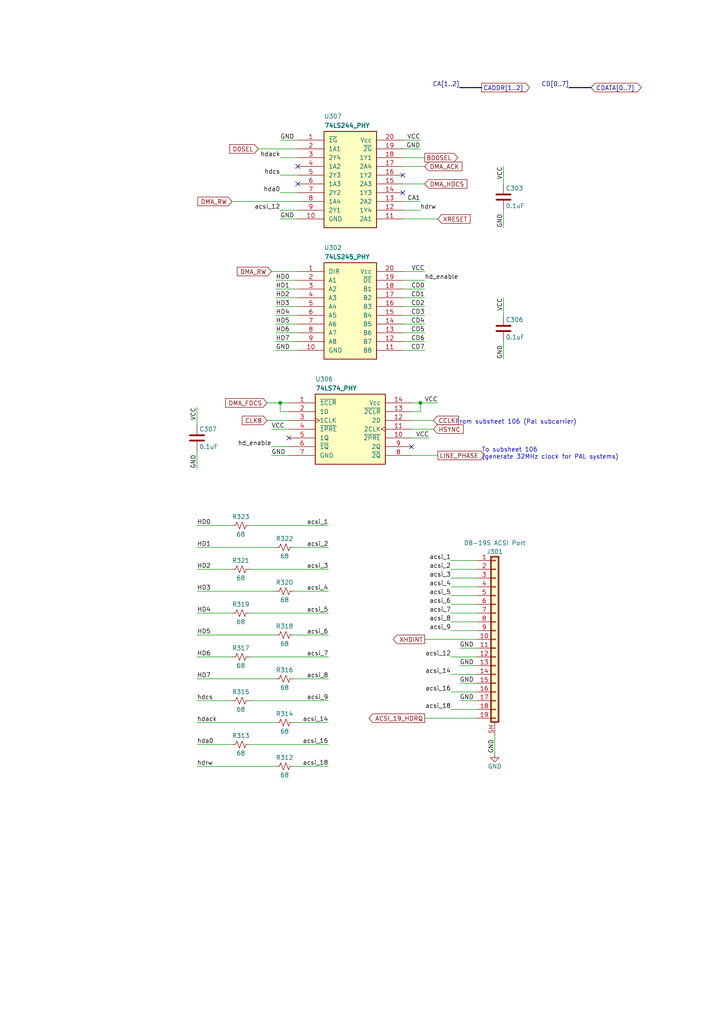
<source format=kicad_sch>
(kicad_sch (version 20230121) (generator eeschema)
  (paper "A4" portrait)
  (title_block (title "Converted schematics of Atari STE") (date "2021-08-31") (rev "1.0.0") (comment 1 "Reference : C300780-001"))
  (lib_symbols
    (symbol "74x244:74LS244_PHY" (pin_names (offset 1.27))
      (property "Reference" "U" (at 0 0 0))
      (property "Value" "74LS244_PHY" (at 0 0 0))
      (symbol "74LS244_PHY_0_0"
        (rectangle (start -7.62 13.97) (end 7.62 -13.97) (stroke (width 0.254)) (fill (type background)))
        (pin input line (at -15.24 11.43 0) (length 7.62) (name "~{1G}") (number "1"))
        (pin power_in line (at -15.24 -11.43 0) (length 7.62) (name "GND") (number "10"))
        (pin input line (at 15.24 -11.43 180) (length 7.62) (name "2A1") (number "11"))
        (pin tri_state line (at 15.24 -8.89 180) (length 7.62) (name "1Y4") (number "12"))
        (pin input line (at 15.24 -6.35 180) (length 7.62) (name "2A2") (number "13"))
        (pin tri_state line (at 15.24 -3.81 180) (length 7.62) (name "1Y3") (number "14"))
        (pin input line (at 15.24 -1.27 180) (length 7.62) (name "2A3") (number "15"))
        (pin tri_state line (at 15.24 1.27 180) (length 7.62) (name "1Y2") (number "16"))
        (pin input line (at 15.24 3.81 180) (length 7.62) (name "2A4") (number "17"))
        (pin tri_state line (at 15.24 6.35 180) (length 7.62) (name "1Y1") (number "18"))
        (pin input line (at 15.24 8.89 180) (length 7.62) (name "~{2G}") (number "19"))
        (pin input line (at -15.24 8.89 0) (length 7.62) (name "1A1") (number "2"))
        (pin power_in line (at 15.24 11.43 180) (length 7.62) (name "Vcc") (number "20"))
        (pin tri_state line (at -15.24 6.35 0) (length 7.62) (name "2Y4") (number "3"))
        (pin input line (at -15.24 3.81 0) (length 7.62) (name "1A2") (number "4"))
        (pin tri_state line (at -15.24 1.27 0) (length 7.62) (name "2Y3") (number "5"))
        (pin input line (at -15.24 -1.27 0) (length 7.62) (name "1A3") (number "6"))
        (pin tri_state line (at -15.24 -3.81 0) (length 7.62) (name "2Y2") (number "7"))
        (pin input line (at -15.24 -6.35 0) (length 7.62) (name "1A4") (number "8"))
        (pin tri_state line (at -15.24 -8.89 0) (length 7.62) (name "2Y1") (number "9"))
      )
    )
    (symbol "74x245:74LS245_PHY" (pin_names (offset 1.27))
      (property "Reference" "U" (at 0 0 0))
      (property "Value" "74LS245_PHY" (at 0 0 0))
      (symbol "74LS245_PHY_0_0"
        (rectangle (start -7.62 13.97) (end 7.62 -13.97) (stroke (width 0.254)) (fill (type background)))
        (pin input line (at -15.24 11.43 0) (length 7.62) (name "DIR") (number "1"))
        (pin power_in line (at -15.24 -11.43 0) (length 7.62) (name "GND") (number "10"))
        (pin tri_state line (at 15.24 -11.43 180) (length 7.62) (name "B8") (number "11"))
        (pin tri_state line (at 15.24 -8.89 180) (length 7.62) (name "B7") (number "12"))
        (pin tri_state line (at 15.24 -6.35 180) (length 7.62) (name "B6") (number "13"))
        (pin tri_state line (at 15.24 -3.81 180) (length 7.62) (name "B5") (number "14"))
        (pin tri_state line (at 15.24 -1.27 180) (length 7.62) (name "B4") (number "15"))
        (pin tri_state line (at 15.24 1.27 180) (length 7.62) (name "B3") (number "16"))
        (pin tri_state line (at 15.24 3.81 180) (length 7.62) (name "B2") (number "17"))
        (pin tri_state line (at 15.24 6.35 180) (length 7.62) (name "B1") (number "18"))
        (pin input line (at 15.24 8.89 180) (length 7.62) (name "~{OE}") (number "19"))
        (pin tri_state line (at -15.24 8.89 0) (length 7.62) (name "A1") (number "2"))
        (pin power_in line (at 15.24 11.43 180) (length 7.62) (name "Vcc") (number "20"))
        (pin tri_state line (at -15.24 6.35 0) (length 7.62) (name "A2") (number "3"))
        (pin tri_state line (at -15.24 3.81 0) (length 7.62) (name "A3") (number "4"))
        (pin tri_state line (at -15.24 1.27 0) (length 7.62) (name "A4") (number "5"))
        (pin tri_state line (at -15.24 -1.27 0) (length 7.62) (name "A5") (number "6"))
        (pin tri_state line (at -15.24 -3.81 0) (length 7.62) (name "A6") (number "7"))
        (pin tri_state line (at -15.24 -6.35 0) (length 7.62) (name "A7") (number "8"))
        (pin tri_state line (at -15.24 -8.89 0) (length 7.62) (name "A8") (number "9"))
      )
    )
    (symbol "74x74:74LS74_PHY" (pin_names (offset 1.27))
      (property "Reference" "U" (at 0 0 0))
      (property "Value" "74LS74_PHY" (at 0 0 0))
      (symbol "74LS74_PHY_0_0"
        (rectangle (start -10.16 10.16) (end 10.16 -10.16) (stroke (width 0.254)) (fill (type background)))
        (pin input line (at -17.78 7.62 0) (length 7.62) (name "~{1CLR}") (number "1"))
        (pin input line (at 17.78 -2.54 180) (length 7.62) (name "~{2PRE}") (number "10"))
        (pin input clock (at 17.78 0 180) (length 7.62) (name "2CLK") (number "11"))
        (pin input line (at 17.78 2.54 180) (length 7.62) (name "2D") (number "12"))
        (pin input line (at 17.78 5.08 180) (length 7.62) (name "~{2CLR}") (number "13"))
        (pin power_in line (at 17.78 7.62 180) (length 7.62) (name "Vcc") (number "14"))
        (pin input line (at -17.78 5.08 0) (length 7.62) (name "1D") (number "2"))
        (pin input clock (at -17.78 2.54 0) (length 7.62) (name "1CLK") (number "3"))
        (pin input line (at -17.78 0 0) (length 7.62) (name "~{1PRE}") (number "4"))
        (pin output line (at -17.78 -2.54 0) (length 7.62) (name "1Q") (number "5"))
        (pin output line (at -17.78 -5.08 0) (length 7.62) (name "~{1Q}") (number "6"))
        (pin power_in line (at -17.78 -7.62 0) (length 7.62) (name "GND") (number "7"))
        (pin output line (at 17.78 -7.62 180) (length 7.62) (name "~{2Q}") (number "8"))
        (pin output line (at 17.78 -5.08 180) (length 7.62) (name "2Q") (number "9"))
      )
    )
    (symbol "Connector_Generic_Shielded:Conn_01x19_Shielded" (pin_names (offset 1.016) hide)
      (property "Reference" "J" (at 0.254 25.146 0))
      (property "Value" "Conn_01x19_Shielded" (at 1.016 -25.146 0))
      (symbol "Conn_01x19_Shielded_1_1"
        (rectangle (start -1.27 24.13) (end 1.27 -24.13) (stroke (width 0.1524)))
        (rectangle (start -1.016 -22.733) (end 0.254 -22.987) (stroke (width 0.1524)))
        (rectangle (start -1.016 -20.193) (end 0.254 -20.447) (stroke (width 0.1524)))
        (rectangle (start -1.016 -17.653) (end 0.254 -17.907) (stroke (width 0.1524)))
        (rectangle (start -1.016 -15.113) (end 0.254 -15.367) (stroke (width 0.1524)))
        (rectangle (start -1.016 -12.573) (end 0.254 -12.827) (stroke (width 0.1524)))
        (rectangle (start -1.016 -10.033) (end 0.254 -10.287) (stroke (width 0.1524)))
        (rectangle (start -1.016 -7.493) (end 0.254 -7.747) (stroke (width 0.1524)))
        (rectangle (start -1.016 -4.953) (end 0.254 -5.207) (stroke (width 0.1524)))
        (rectangle (start -1.016 -2.413) (end 0.254 -2.667) (stroke (width 0.1524)))
        (rectangle (start -1.016 0.127) (end 0.254 -0.127) (stroke (width 0.1524)))
        (rectangle (start -1.016 2.667) (end 0.254 2.413) (stroke (width 0.1524)))
        (rectangle (start -1.016 5.207) (end 0.254 4.953) (stroke (width 0.1524)))
        (rectangle (start -1.016 7.747) (end 0.254 7.493) (stroke (width 0.1524)))
        (rectangle (start -1.016 10.287) (end 0.254 10.033) (stroke (width 0.1524)))
        (rectangle (start -1.016 12.827) (end 0.254 12.573) (stroke (width 0.1524)))
        (rectangle (start -1.016 15.367) (end 0.254 15.113) (stroke (width 0.1524)))
        (rectangle (start -1.016 17.907) (end 0.254 17.653) (stroke (width 0.1524)))
        (rectangle (start -1.016 20.447) (end 0.254 20.193) (stroke (width 0.1524)))
        (rectangle (start -1.016 22.987) (end 0.254 22.733) (stroke (width 0.1524)))
        (rectangle (start -1.016 23.876) (end 1.016 -23.876) (stroke (width 0.254)) (fill (type background)))
        (pin passive line (at -5.08 22.86 0) (length 4.064) (name "Pin_1") (number "1"))
        (pin passive line (at -5.08 0 0) (length 4.064) (name "Pin_10") (number "10"))
        (pin passive line (at -5.08 -2.54 0) (length 4.064) (name "Pin_11") (number "11"))
        (pin passive line (at -5.08 -5.08 0) (length 4.064) (name "Pin_12") (number "12"))
        (pin passive line (at -5.08 -7.62 0) (length 4.064) (name "Pin_13") (number "13"))
        (pin passive line (at -5.08 -10.16 0) (length 4.064) (name "Pin_14") (number "14"))
        (pin passive line (at -5.08 -12.7 0) (length 4.064) (name "Pin_15") (number "15"))
        (pin passive line (at -5.08 -15.24 0) (length 4.064) (name "Pin_16") (number "16"))
        (pin passive line (at -5.08 -17.78 0) (length 4.064) (name "Pin_17") (number "17"))
        (pin passive line (at -5.08 -20.32 0) (length 4.064) (name "Pin_18") (number "18"))
        (pin passive line (at -5.08 -22.86 0) (length 4.064) (name "Pin_19") (number "19"))
        (pin passive line (at -5.08 20.32 0) (length 4.064) (name "Pin_2") (number "2"))
        (pin passive line (at -5.08 17.78 0) (length 4.064) (name "Pin_3") (number "3"))
        (pin passive line (at -5.08 15.24 0) (length 4.064) (name "Pin_4") (number "4"))
        (pin passive line (at -5.08 12.7 0) (length 4.064) (name "Pin_5") (number "5"))
        (pin passive line (at -5.08 10.16 0) (length 4.064) (name "Pin_6") (number "6"))
        (pin passive line (at -5.08 7.62 0) (length 4.064) (name "Pin_7") (number "7"))
        (pin passive line (at -5.08 5.08 0) (length 4.064) (name "Pin_8") (number "8"))
        (pin passive line (at -5.08 2.54 0) (length 4.064) (name "Pin_9") (number "9"))
        (pin passive line (at 0 -27.94 90) (length 3.81) (name "Shield") (number "SH"))
      )
    )
    (symbol "Device:C" (pin_numbers hide) (pin_names (offset 0.254))
      (property "Reference" "C" (at 0.635 2.54 0))
      (property "Value" "C" (at 0.635 -2.54 0))
      (symbol "C_0_1"
        (polyline (pts (xy -2.032 -0.762) (xy 2.032 -0.762)) (stroke (width 0.508)))
        (polyline (pts (xy -2.032 0.762) (xy 2.032 0.762)) (stroke (width 0.508)))
      )
      (symbol "C_1_1"
        (pin passive line (at 0 3.81 270) (length 2.794) (name "~") (number "1"))
        (pin passive line (at 0 -3.81 90) (length 2.794) (name "~") (number "2"))
      )
    )
    (symbol "Device:R_Small_US" (pin_numbers hide) (pin_names (offset 0.254) hide)
      (property "Reference" "R" (at 0.762 0.508 0))
      (property "Value" "R_Small_US" (at 0.762 -1.016 0))
      (symbol "R_Small_US_1_1"
        (polyline (pts (xy 0 0) (xy 1.016 -0.381) (xy 0 -0.762) (xy -1.016 -1.143) (xy 0 -1.524)))
        (polyline (pts (xy 0 1.524) (xy 1.016 1.143) (xy 0 0.762) (xy -1.016 0.381) (xy 0 0)))
        (pin passive line (at 0 2.54 270) (length 1.016) (name "~") (number "1"))
        (pin passive line (at 0 -2.54 90) (length 1.016) (name "~") (number "2"))
      )
    )
    (symbol "power:GND" (power) (pin_names (offset 0))
      (property "Value" "GND" (at 0 -3.81 0))
      (symbol "GND_0_1"
        (polyline (pts (xy 0 0) (xy 0 -1.27) (xy 1.27 -1.27) (xy 0 -2.54) (xy -1.27 -1.27) (xy 0 -1.27)))
      )
      (symbol "GND_1_1"
        (pin power_in line (at 0 0 270) (length 0) hide (name "GND") (number "1"))
      )
    )
  )
  (junction (at 81.28 116.84))
  (junction (at 121.92 116.84))
  (no_connect (at 119.38 129.54))
  (no_connect (at 116.84 55.88))
  (no_connect (at 116.84 50.8))
  (no_connect (at 86.36 53.34))
  (no_connect (at 86.36 48.26))
  (no_connect (at 83.82 127))
  (wire (pts (xy 119.38 132.08) (xy 127 132.08)))
  (wire (pts (xy 78.74 132.08) (xy 83.82 132.08)))
  (wire (pts (xy 130.81 190.5) (xy 138.43 190.5)))
  (wire (pts (xy 85.09 158.75) (xy 95.25 158.75)))
  (wire (pts (xy 80.01 101.6) (xy 86.36 101.6)))
  (wire (pts (xy 81.28 63.5) (xy 86.36 63.5)))
  (wire (pts (xy 83.82 119.38) (xy 81.28 119.38)))
  (wire (pts (xy 130.81 170.18) (xy 138.43 170.18)))
  (wire (pts (xy 116.84 93.98) (xy 123.19 93.98)))
  (wire (pts (xy 133.35 198.12) (xy 138.43 198.12)))
  (wire (pts (xy 116.84 83.82) (xy 123.19 83.82)))
  (wire (pts (xy 80.01 83.82) (xy 86.36 83.82)))
  (wire (pts (xy 116.84 60.96) (xy 121.92 60.96)))
  (wire (pts (xy 80.01 93.98) (xy 86.36 93.98)))
  (wire (pts (xy 80.01 91.44) (xy 86.36 91.44)))
  (wire (pts (xy 119.38 124.46) (xy 125.73 124.46)))
  (wire (pts (xy 121.92 116.84) (xy 121.92 119.38)))
  (wire (pts (xy 57.15 190.5) (xy 67.31 190.5)))
  (wire (pts (xy 85.09 184.15) (xy 95.25 184.15)))
  (wire (pts (xy 116.84 88.9) (xy 123.19 88.9)))
  (wire (pts (xy 81.28 119.38) (xy 81.28 116.84)))
  (wire (pts (xy 80.01 96.52) (xy 86.36 96.52)))
  (wire (pts (xy 146.05 48.26) (xy 146.05 53.34)))
  (wire (pts (xy 57.15 209.55) (xy 80.01 209.55)))
  (wire (pts (xy 57.15 130.81) (xy 57.15 135.89)))
  (wire (pts (xy 81.28 55.88) (xy 86.36 55.88)))
  (wire (pts (xy 130.81 205.74) (xy 138.43 205.74)))
  (wire (pts (xy 81.28 40.64) (xy 86.36 40.64)))
  (wire (pts (xy 72.39 165.1) (xy 95.25 165.1)))
  (wire (pts (xy 57.15 177.8) (xy 67.31 177.8)))
  (wire (pts (xy 133.35 187.96) (xy 138.43 187.96)))
  (wire (pts (xy 57.15 196.85) (xy 80.01 196.85)))
  (wire (pts (xy 146.05 60.96) (xy 146.05 66.04)))
  (wire (pts (xy 78.74 78.74) (xy 86.36 78.74)))
  (wire (pts (xy 130.81 200.66) (xy 138.43 200.66)))
  (wire (pts (xy 116.84 99.06) (xy 123.19 99.06)))
  (wire (pts (xy 116.84 81.28) (xy 123.19 81.28)))
  (wire (pts (xy 57.15 118.11) (xy 57.15 123.19)))
  (wire (pts (xy 57.15 152.4) (xy 67.31 152.4)))
  (wire (pts (xy 80.01 81.28) (xy 86.36 81.28)))
  (wire (pts (xy 130.81 195.58) (xy 138.43 195.58)))
  (wire (pts (xy 85.09 209.55) (xy 95.25 209.55)))
  (wire (pts (xy 85.09 171.45) (xy 95.25 171.45)))
  (wire (pts (xy 81.28 116.84) (xy 83.82 116.84)))
  (wire (pts (xy 133.35 203.2) (xy 138.43 203.2)))
  (wire (pts (xy 81.28 45.72) (xy 86.36 45.72)))
  (wire (pts (xy 57.15 184.15) (xy 80.01 184.15)))
  (wire (pts (xy 116.84 91.44) (xy 123.19 91.44)))
  (wire (pts (xy 116.84 96.52) (xy 123.19 96.52)))
  (wire (pts (xy 119.38 127) (xy 124.46 127)))
  (wire (pts (xy 80.01 86.36) (xy 86.36 86.36)))
  (wire (pts (xy 85.09 196.85) (xy 95.25 196.85)))
  (wire (pts (xy 81.28 116.84) (xy 77.47 116.84)))
  (wire (pts (xy 85.09 222.25) (xy 95.25 222.25)))
  (wire (pts (xy 119.38 116.84) (xy 121.92 116.84)))
  (wire (pts (xy 116.84 78.74) (xy 123.19 78.74)))
  (wire (pts (xy 72.39 203.2) (xy 95.25 203.2)))
  (wire (pts (xy 123.19 208.28) (xy 138.43 208.28)))
  (wire (pts (xy 116.84 63.5) (xy 127 63.5)))
  (wire (pts (xy 72.39 190.5) (xy 95.25 190.5)))
  (wire (pts (xy 146.05 86.36) (xy 146.05 91.44)))
  (wire (pts (xy 130.81 172.72) (xy 138.43 172.72)))
  (wire (pts (xy 143.51 218.44) (xy 143.51 213.36)))
  (wire (pts (xy 67.31 58.42) (xy 86.36 58.42)))
  (wire (pts (xy 72.39 152.4) (xy 95.25 152.4)))
  (wire (pts (xy 116.84 101.6) (xy 123.19 101.6)))
  (wire (pts (xy 116.84 43.18) (xy 121.92 43.18)))
  (wire (pts (xy 130.81 165.1) (xy 138.43 165.1)))
  (wire (pts (xy 80.01 99.06) (xy 86.36 99.06)))
  (wire (pts (xy 81.28 60.96) (xy 86.36 60.96)))
  (wire (pts (xy 130.81 182.88) (xy 138.43 182.88)))
  (wire (pts (xy 116.84 58.42) (xy 121.92 58.42)))
  (wire (pts (xy 116.84 40.64) (xy 121.92 40.64)))
  (wire (pts (xy 74.93 43.18) (xy 86.36 43.18)))
  (wire (pts (xy 57.15 222.25) (xy 80.01 222.25)))
  (wire (pts (xy 116.84 45.72) (xy 123.19 45.72)))
  (bus (pts (xy 133.35 25.4) (xy 139.7 25.4)))
  (wire (pts (xy 78.74 129.54) (xy 83.82 129.54)))
  (wire (pts (xy 130.81 162.56) (xy 138.43 162.56)))
  (wire (pts (xy 57.15 215.9) (xy 67.31 215.9)))
  (wire (pts (xy 133.35 193.04) (xy 138.43 193.04)))
  (wire (pts (xy 130.81 175.26) (xy 138.43 175.26)))
  (wire (pts (xy 78.74 124.46) (xy 83.82 124.46)))
  (wire (pts (xy 72.39 215.9) (xy 95.25 215.9)))
  (wire (pts (xy 123.19 185.42) (xy 138.43 185.42)))
  (wire (pts (xy 121.92 116.84) (xy 127 116.84)))
  (wire (pts (xy 121.92 119.38) (xy 119.38 119.38)))
  (wire (pts (xy 146.05 99.06) (xy 146.05 104.14)))
  (wire (pts (xy 57.15 203.2) (xy 67.31 203.2)))
  (wire (pts (xy 57.15 165.1) (xy 67.31 165.1)))
  (wire (pts (xy 130.81 177.8) (xy 138.43 177.8)))
  (wire (pts (xy 130.81 167.64) (xy 138.43 167.64)))
  (wire (pts (xy 116.84 53.34) (xy 123.19 53.34)))
  (wire (pts (xy 77.47 121.92) (xy 83.82 121.92)))
  (wire (pts (xy 57.15 171.45) (xy 80.01 171.45)))
  (bus (pts (xy 165.1 25.4) (xy 171.45 25.4)))
  (wire (pts (xy 119.38 121.92) (xy 125.73 121.92)))
  (wire (pts (xy 130.81 180.34) (xy 138.43 180.34)))
  (wire (pts (xy 116.84 86.36) (xy 123.19 86.36)))
  (wire (pts (xy 72.39 177.8) (xy 95.25 177.8)))
  (wire (pts (xy 57.15 158.75) (xy 80.01 158.75)))
  (wire (pts (xy 80.01 88.9) (xy 86.36 88.9)))
  (wire (pts (xy 81.28 50.8) (xy 86.36 50.8)))
  (wire (pts (xy 116.84 48.26) (xy 123.19 48.26)))
  (text "To subsheet 106 \n(generate 32MHz clock for PAL systems)" (at 139.7 133.35 0) (effects (font (size 1.27 1.27)) (justify left bottom)))
  (text "From subsheet 106 (Pal subcarrier)" (at 132.08 123.19 0) (effects (font (size 1.27 1.27)) (justify left bottom)))
  (label "acsi_7" (at 130.81 177.8 180))
  (label "hdrw" (at 121.92 60.96 0))
  (label "acsi_12" (at 130.81 190.5 180))
  (label "acsi_18" (at 130.81 205.74 180))
  (label "hdack" (at 81.28 45.72 180))
  (label "hdcs" (at 81.28 50.8 180))
  (label "HD2" (at 80.01 86.36 0))
  (label "HD7" (at 80.01 99.06 0))
  (label "CD5" (at 123.19 96.52 180))
  (label "hda0" (at 57.15 215.9 0))
  (label "VCC" (at 78.74 124.46 0))
  (label "hdrw" (at 57.15 222.25 0))
  (label "acsi_1" (at 130.81 162.56 180))
  (label "acsi_14" (at 130.81 195.58 180))
  (label "HD5" (at 80.01 93.98 0))
  (label "CA1" (at 121.92 58.42 180))
  (label "acsi_14" (at 95.25 209.55 180))
  (label "HD0" (at 80.01 81.28 0))
  (label "GND" (at 133.35 203.2 0))
  (label "acsi_12" (at 81.28 60.96 180))
  (label "acsi_6" (at 95.25 184.15 180))
  (label "acsi_8" (at 130.81 180.34 180))
  (label "hda0" (at 81.28 55.88 180))
  (label "GND" (at 133.35 187.96 0))
  (label "CD6" (at 123.19 99.06 180))
  (label "GND" (at 78.74 132.08 0))
  (label "acsi_5" (at 95.25 177.8 180))
  (label "acsi_6" (at 130.81 175.26 180))
  (label "VCC" (at 123.19 78.74 180))
  (label "GND" (at 81.28 63.5 0))
  (label "GND" (at 80.01 101.6 0))
  (label "HD1" (at 57.15 158.75 0))
  (label "VCC" (at 127 116.84 180))
  (label "GND" (at 133.35 193.04 0))
  (label "HD3" (at 57.15 171.45 0))
  (label "VCC" (at 146.05 86.36 270))
  (label "CD[0..7]" (at 165.1 25.4 180))
  (label "acsi_9" (at 130.81 182.88 180))
  (label "hdcs" (at 57.15 203.2 0))
  (label "CD0" (at 123.19 83.82 180))
  (label "GND" (at 57.15 135.89 90))
  (label "acsi_9" (at 95.25 203.2 180))
  (label "acsi_4" (at 95.25 171.45 180))
  (label "acsi_8" (at 95.25 196.85 180))
  (label "HD7" (at 57.15 196.85 0))
  (label "GND" (at 81.28 40.64 0))
  (label "hd_enable" (at 78.74 129.54 180))
  (label "acsi_2" (at 130.81 165.1 180))
  (label "HD4" (at 80.01 91.44 0))
  (label "acsi_1" (at 95.25 152.4 180))
  (label "VCC" (at 146.05 48.26 270))
  (label "acsi_4" (at 130.81 170.18 180))
  (label "GND" (at 133.35 198.12 0))
  (label "hd_enable" (at 123.19 81.28 0))
  (label "HD2" (at 57.15 165.1 0))
  (label "acsi_7" (at 95.25 190.5 180))
  (label "acsi_18" (at 95.25 222.25 180))
  (label "CD1" (at 123.19 86.36 180))
  (label "acsi_2" (at 95.25 158.75 180))
  (label "CA[1..2]" (at 133.35 25.4 180))
  (label "HD4" (at 57.15 177.8 0))
  (label "CD7" (at 123.19 101.6 180))
  (label "CD4" (at 123.19 93.98 180))
  (label "acsi_3" (at 130.81 167.64 180))
  (label "VCC" (at 57.15 118.11 270))
  (label "acsi_5" (at 130.81 172.72 180))
  (label "HD6" (at 57.15 190.5 0))
  (label "GND" (at 143.51 218.44 90))
  (label "VCC" (at 124.46 127 180))
  (label "GND" (at 146.05 66.04 90))
  (label "GND" (at 121.92 43.18 180))
  (label "GND" (at 146.05 104.14 90))
  (label "HD1" (at 80.01 83.82 0))
  (label "acsi_3" (at 95.25 165.1 180))
  (label "hdack" (at 57.15 209.55 0))
  (label "acsi_16" (at 130.81 200.66 180))
  (label "VCC" (at 121.92 40.64 180))
  (label "HD5" (at 57.15 184.15 0))
  (label "CD2" (at 123.19 88.9 180))
  (label "HD0" (at 57.15 152.4 0))
  (label "HD6" (at 80.01 96.52 0))
  (label "acsi_16" (at 95.25 215.9 180))
  (label "CD3" (at 123.19 91.44 180))
  (label "HD3" (at 80.01 88.9 0))
  (global_label "DMA_HDCS" (shape input) (at 123.19 53.34 0) (property "Intersheetrefs" "${INTERSHEET_REFS}" (effects hide)))
  (global_label "DMA_RW" (shape input) (at 67.31 58.42 180) (property "Intersheetrefs" "${INTERSHEET_REFS}" (effects hide)))
  (global_label "HSYNC" (shape input) (at 125.73 124.46 0) (property "Intersheetrefs" "${INTERSHEET_REFS}" (effects hide)))
  (global_label "DMA_FDCS" (shape input) (at 77.47 116.84 180) (property "Intersheetrefs" "${INTERSHEET_REFS}" (effects hide)))
  (global_label "D0SEL" (shape input) (at 74.93 43.18 180) (property "Intersheetrefs" "${INTERSHEET_REFS}" (effects hide)))
  (global_label "CADDR[1..2]" (shape output) (at 139.7 25.4 0) (property "Intersheetrefs" "${INTERSHEET_REFS}" (effects hide)))
  (global_label "BD0SEL" (shape output) (at 123.19 45.72 0) (property "Intersheetrefs" "${INTERSHEET_REFS}" (effects hide)))
  (global_label "DMA_ACK" (shape input) (at 123.19 48.26 0) (property "Intersheetrefs" "${INTERSHEET_REFS}" (effects hide)))
  (global_label "CCLK" (shape input) (at 125.73 121.92 0) (property "Intersheetrefs" "${INTERSHEET_REFS}" (effects hide)))
  (global_label "CLK8" (shape input) (at 77.47 121.92 180) (property "Intersheetrefs" "${INTERSHEET_REFS}" (effects hide)))
  (global_label "DMA_RW" (shape input) (at 78.74 78.74 180) (property "Intersheetrefs" "${INTERSHEET_REFS}" (effects hide)))
  (global_label "CDATA[0..7]" (shape bidirectional) (at 171.45 25.4 0) (property "Intersheetrefs" "${INTERSHEET_REFS}" (effects hide)))
  (global_label "XRESET" (shape input) (at 127 63.5 0) (property "Intersheetrefs" "${INTERSHEET_REFS}" (effects hide)))
  (global_label "ACSI_19_HDRQ" (shape output) (at 123.19 208.28 180) (property "Intersheetrefs" "${INTERSHEET_REFS}" (effects hide)))
  (global_label "XHDINT" (shape output) (at 123.19 185.42 180) (property "Intersheetrefs" "${INTERSHEET_REFS}" (effects hide)))
  (global_label "LINE_PHASE" (shape output) (at 127 132.08 0) (property "Intersheetrefs" "${INTERSHEET_REFS}" (effects hide)))
  (symbol (lib_id "74x244:74LS244_PHY") (at 101.6 52.07 0) (unit 1)
    (property "Reference" "U307" (at 93.98 33.02 0) (effects (justify left top)))
    (property "Value" "74LS244_PHY" (at 93.98 35.56 0) (effects (font bold) (justify left top)))
    (property "Footprint" "Package_DIP:DIP-20_W7.62mm_LongPads" (effects hide))
  )
  (symbol (lib_id "74x245:74LS245_PHY") (at 101.6 90.17 0) (unit 1)
    (property "Reference" "U302" (at 93.98 71.12 0) (effects (justify left top)))
    (property "Value" "74LS245_PHY" (at 93.98 73.66 0) (effects (font bold) (justify left top)))
    (property "Footprint" "Package_DIP:DIP-20_W7.62mm_LongPads" (effects hide))
  )
  (symbol (lib_id "Device:C") (at 146.05 57.15 0) (unit 1)
    (property "Reference" "C303" (at 146.685 54.61 0) (effects (justify left)))
    (property "Value" "0.1uF" (at 146.685 59.69 0) (effects (justify left)))
    (property "Footprint" "commons_passives_THT:Passive_THT_capacitor_mlcc_W2.54mm_L7.62mm" (effects hide))
  )
  (symbol (lib_id "Device:C") (at 146.05 95.25 0) (unit 1)
    (property "Reference" "C306" (at 146.685 92.71 0) (effects (justify left)))
    (property "Value" "0.1uF" (at 146.685 97.79 0) (effects (justify left)))
    (property "Footprint" "commons_passives_THT:Passive_THT_capacitor_mlcc_W2.54mm_L7.62mm" (effects hide))
  )
  (symbol (lib_id "Device:C") (at 57.15 127 0) (unit 1)
    (property "Reference" "C307" (at 57.785 124.46 0) (effects (justify left)))
    (property "Value" "0.1uF" (at 57.785 129.54 0) (effects (justify left)))
    (property "Footprint" "commons_passives_THT:Passive_THT_capacitor_mlcc_W2.54mm_L7.62mm" (effects hide))
  )
  (symbol (lib_id "Device:R_Small_US") (at 69.85 152.4 270) (unit 1)
    (property "Reference" "R323" (at 69.85 149.86 90))
    (property "Value" "68" (at 69.85 154.94 90))
    (property "Footprint" "commons_passives_THT:Passive_THT_resistor_W2.54mm_L12.70mm" (effects hide))
  )
  (symbol (lib_id "Device:R_Small_US") (at 69.85 165.1 270) (unit 1)
    (property "Reference" "R321" (at 69.85 162.56 90))
    (property "Value" "68" (at 69.85 167.64 90))
    (property "Footprint" "commons_passives_THT:Passive_THT_resistor_W2.54mm_L12.70mm" (effects hide))
  )
  (symbol (lib_id "Device:R_Small_US") (at 69.85 177.8 270) (unit 1)
    (property "Reference" "R319" (at 69.85 175.26 90))
    (property "Value" "68" (at 69.85 180.34 90))
    (property "Footprint" "commons_passives_THT:Passive_THT_resistor_W2.54mm_L12.70mm" (effects hide))
  )
  (symbol (lib_id "Device:R_Small_US") (at 69.85 190.5 270) (unit 1)
    (property "Reference" "R317" (at 69.85 187.96 90))
    (property "Value" "68" (at 69.85 193.04 90))
    (property "Footprint" "commons_passives_THT:Passive_THT_resistor_W2.54mm_L12.70mm" (effects hide))
  )
  (symbol (lib_id "Device:R_Small_US") (at 69.85 203.2 270) (unit 1)
    (property "Reference" "R315" (at 69.85 200.66 90))
    (property "Value" "68" (at 69.85 205.74 90))
    (property "Footprint" "commons_passives_THT:Passive_THT_resistor_W2.54mm_L12.70mm" (effects hide))
  )
  (symbol (lib_id "Device:R_Small_US") (at 69.85 215.9 270) (unit 1)
    (property "Reference" "R313" (at 69.85 213.36 90))
    (property "Value" "68" (at 69.85 218.44 90))
    (property "Footprint" "commons_passives_THT:Passive_THT_resistor_W2.54mm_L12.70mm" (effects hide))
  )
  (symbol (lib_id "Device:R_Small_US") (at 82.55 158.75 270) (unit 1)
    (property "Reference" "R322" (at 82.55 156.21 90))
    (property "Value" "68" (at 82.55 161.29 90))
    (property "Footprint" "commons_passives_THT:Passive_THT_resistor_W2.54mm_L12.70mm" (effects hide))
  )
  (symbol (lib_id "Device:R_Small_US") (at 82.55 171.45 270) (unit 1)
    (property "Reference" "R320" (at 82.55 168.91 90))
    (property "Value" "68" (at 82.55 173.99 90))
    (property "Footprint" "commons_passives_THT:Passive_THT_resistor_W2.54mm_L12.70mm" (effects hide))
  )
  (symbol (lib_id "Device:R_Small_US") (at 82.55 184.15 270) (unit 1)
    (property "Reference" "R318" (at 82.55 181.61 90))
    (property "Value" "68" (at 82.55 186.69 90))
    (property "Footprint" "commons_passives_THT:Passive_THT_resistor_W2.54mm_L12.70mm" (effects hide))
  )
  (symbol (lib_id "Device:R_Small_US") (at 82.55 196.85 270) (unit 1)
    (property "Reference" "R316" (at 82.55 194.31 90))
    (property "Value" "68" (at 82.55 199.39 90))
    (property "Footprint" "commons_passives_THT:Passive_THT_resistor_W2.54mm_L12.70mm" (effects hide))
  )
  (symbol (lib_id "Device:R_Small_US") (at 82.55 209.55 270) (unit 1)
    (property "Reference" "R314" (at 82.55 207.01 90))
    (property "Value" "68" (at 82.55 212.09 90))
    (property "Footprint" "commons_passives_THT:Passive_THT_resistor_W2.54mm_L12.70mm" (effects hide))
  )
  (symbol (lib_id "Device:R_Small_US") (at 82.55 222.25 270) (unit 1)
    (property "Reference" "R312" (at 82.55 219.71 90))
    (property "Value" "68" (at 82.55 224.79 90))
    (property "Footprint" "commons_passives_THT:Passive_THT_resistor_W2.54mm_L12.70mm" (effects hide))
  )
  (symbol (lib_id "Connector_Generic_Shielded:Conn_01x19_Shielded") (at 143.51 185.42 0) (unit 1)
    (property "Reference" "J301" (at 143.51 160.02 0))
    (property "Value" "DB-19S ACSI Port" (at 143.51 157.48 0))
    (property "Footprint" "atari-interconnect:DSUB-19_Female_Horizontal_P2.77x2.84mm_EdgePinOffset7.70mm_Housed_MountingHolesOffset9.12mm" (effects hide))
  )
  (symbol (lib_id "74x74:74LS74_PHY") (at 101.6 124.46 0) (unit 1)
    (property "Reference" "U306" (at 91.44 109.22 0) (effects (justify left top)))
    (property "Value" "74LS74_PHY" (at 91.44 111.76 0) (effects (font bold) (justify left top)))
    (property "Footprint" "Package_DIP:DIP-14_W7.62mm_LongPads" (effects hide))
  )
  (symbol (lib_id "power:GND") (at 143.51 218.44 0) (unit 1)
    (property "Reference" "#PWR023" (effects hide))
    (property "Value" "GND" (at 143.51 222.25 0))
  )
)
</source>
